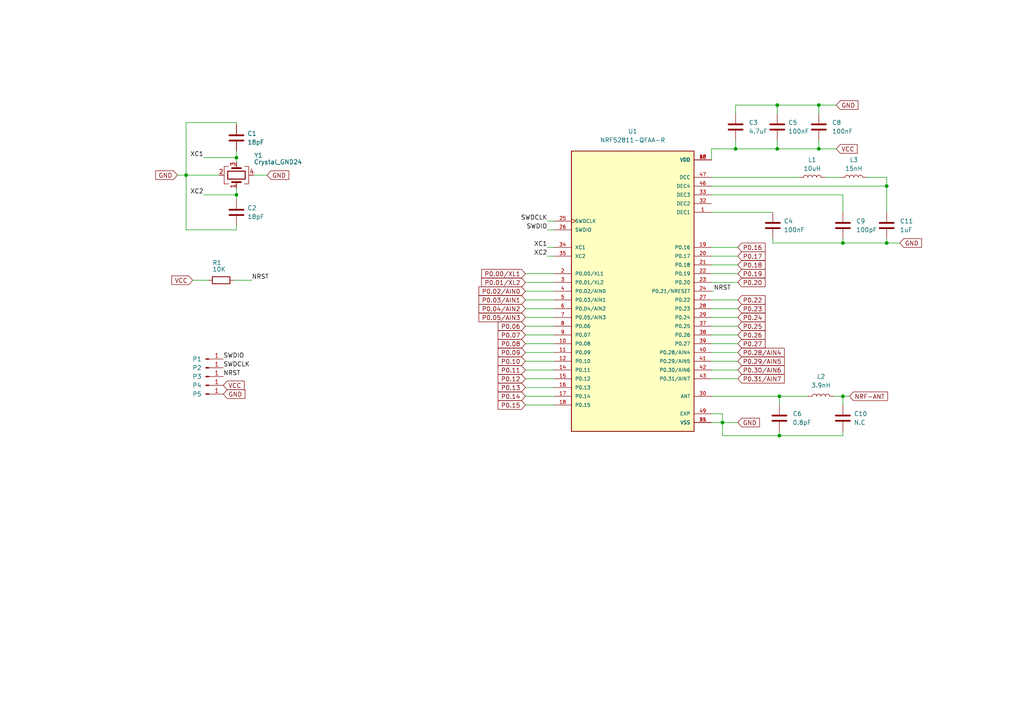
<source format=kicad_sch>
(kicad_sch (version 20211123) (generator eeschema)
  (paper "A4")
  (lib_symbols
    (symbol "Connector:Conn_01x01_Male" (pin_names (offset 1.016) hide)
      (property "Reference" "J" (at 0 2.54 0))
      (property "Value" "Conn_01x01_Male" (at 0 -2.54 0))
      (symbol "Conn_01x01_Male_1_1"
        (polyline (pts (xy 1.27 0) (xy 0.8636 0)) (stroke (width 0.1524)))
        (rectangle (start 0.8636 0.127) (end 0 -0.127) (stroke (width 0.1524)) (fill (type outline)))
        (pin passive line (at 5.08 0 180) (length 3.81) (name "Pin_1") (number "1"))
      )
    )
    (symbol "Device:C" (pin_numbers hide) (pin_names (offset 0.254))
      (property "Reference" "C" (at 0.635 2.54 0))
      (property "Value" "C" (at 0.635 -2.54 0))
      (symbol "C_0_1"
        (polyline (pts (xy -2.032 -0.762) (xy 2.032 -0.762)) (stroke (width 0.508)))
        (polyline (pts (xy -2.032 0.762) (xy 2.032 0.762)) (stroke (width 0.508)))
      )
      (symbol "C_1_1"
        (pin passive line (at 0 3.81 270) (length 2.794) (name "~") (number "1"))
        (pin passive line (at 0 -3.81 90) (length 2.794) (name "~") (number "2"))
      )
    )
    (symbol "Device:Crystal_GND24" (pin_names (offset 1.016) hide)
      (property "Reference" "Y" (at 3.175 5.08 0))
      (property "Value" "Crystal_GND24" (at 3.175 3.175 0))
      (symbol "Crystal_GND24_0_1"
        (rectangle (start -1.143 2.54) (end 1.143 -2.54) (stroke (width 0.3048)))
        (polyline (pts (xy -2.54 0) (xy -2.032 0)))
        (polyline (pts (xy -2.032 -1.27) (xy -2.032 1.27)) (stroke (width 0.508)))
        (polyline (pts (xy 0 -3.81) (xy 0 -3.556)))
        (polyline (pts (xy 0 3.556) (xy 0 3.81)))
        (polyline (pts (xy 2.032 -1.27) (xy 2.032 1.27)) (stroke (width 0.508)))
        (polyline (pts (xy 2.032 0) (xy 2.54 0)))
        (polyline (pts (xy -2.54 -2.286) (xy -2.54 -3.556) (xy 2.54 -3.556) (xy 2.54 -2.286)))
        (polyline (pts (xy -2.54 2.286) (xy -2.54 3.556) (xy 2.54 3.556) (xy 2.54 2.286)))
      )
      (symbol "Crystal_GND24_1_1"
        (pin passive line (at -3.81 0 0) (length 1.27) (name "1") (number "1"))
        (pin passive line (at 0 5.08 270) (length 1.27) (name "2") (number "2"))
        (pin passive line (at 3.81 0 180) (length 1.27) (name "3") (number "3"))
        (pin passive line (at 0 -5.08 90) (length 1.27) (name "4") (number "4"))
      )
    )
    (symbol "Device:L" (pin_numbers hide) (pin_names (offset 1.016) hide)
      (property "Reference" "L" (at -1.27 0 90))
      (property "Value" "L" (at 1.905 0 90))
      (symbol "L_0_1"
        (arc (start 0 -2.54) (mid 0.635 -1.905) (end 0 -1.27))
        (arc (start 0 -1.27) (mid 0.635 -0.635) (end 0 0))
        (arc (start 0 0) (mid 0.635 0.635) (end 0 1.27))
        (arc (start 0 1.27) (mid 0.635 1.905) (end 0 2.54))
      )
      (symbol "L_1_1"
        (pin passive line (at 0 3.81 270) (length 1.27) (name "1") (number "1"))
        (pin passive line (at 0 -3.81 90) (length 1.27) (name "2") (number "2"))
      )
    )
    (symbol "Device:R" (pin_numbers hide) (pin_names (offset 0))
      (property "Reference" "R" (at 2.032 0 90))
      (property "Value" "R" (at 0 0 90))
      (symbol "R_0_1"
        (rectangle (start -1.016 -2.54) (end 1.016 2.54) (stroke (width 0.254)))
      )
      (symbol "R_1_1"
        (pin passive line (at 0 3.81 270) (length 1.27) (name "~") (number "1"))
        (pin passive line (at 0 -3.81 90) (length 1.27) (name "~") (number "2"))
      )
    )
    (symbol "NRF52811-QFAA-R:NRF52811-QFAA-R" (pin_names (offset 1.016))
      (property "Reference" "U" (at -17.78 41.91 0))
      (property "Value" "NRF52811-QFAA-R" (at -17.78 -41.91 0))
      (symbol "NRF52811-QFAA-R_0_0"
        (rectangle (start -17.78 -40.64) (end 17.78 40.64) (stroke (width 0.254)) (fill (type background)))
        (pin power_in line (at 22.86 22.86 180) (length 5.08) (name "DEC1") (number "1"))
        (pin bidirectional line (at -22.86 -15.24 0) (length 5.08) (name "P0.08") (number "10"))
        (pin bidirectional line (at -22.86 -17.78 0) (length 5.08) (name "P0.09") (number "11"))
        (pin bidirectional line (at -22.86 -20.32 0) (length 5.08) (name "P0.10") (number "12"))
        (pin power_in line (at 22.86 38.1 180) (length 5.08) (name "VDD") (number "13"))
        (pin bidirectional line (at -22.86 -22.86 0) (length 5.08) (name "P0.11") (number "14"))
        (pin bidirectional line (at -22.86 -25.4 0) (length 5.08) (name "P0.12") (number "15"))
        (pin bidirectional line (at -22.86 -27.94 0) (length 5.08) (name "P0.13") (number "16"))
        (pin bidirectional line (at -22.86 -30.48 0) (length 5.08) (name "P0.14") (number "17"))
        (pin bidirectional line (at -22.86 -33.02 0) (length 5.08) (name "P0.15") (number "18"))
        (pin bidirectional line (at 22.86 12.7 180) (length 5.08) (name "P0.16") (number "19"))
        (pin bidirectional line (at -22.86 5.08 0) (length 5.08) (name "P0.00/XL1") (number "2"))
        (pin bidirectional line (at 22.86 10.16 180) (length 5.08) (name "P0.17") (number "20"))
        (pin bidirectional line (at 22.86 7.62 180) (length 5.08) (name "P0.18") (number "21"))
        (pin bidirectional line (at 22.86 5.08 180) (length 5.08) (name "P0.19") (number "22"))
        (pin bidirectional line (at 22.86 2.54 180) (length 5.08) (name "P0.20") (number "23"))
        (pin bidirectional line (at 22.86 0 180) (length 5.08) (name "P0.21/NRESET") (number "24"))
        (pin input clock (at -22.86 20.32 0) (length 5.08) (name "SWDCLK") (number "25"))
        (pin bidirectional line (at -22.86 17.78 0) (length 5.08) (name "SWDIO") (number "26"))
        (pin bidirectional line (at 22.86 -2.54 180) (length 5.08) (name "P0.22") (number "27"))
        (pin bidirectional line (at 22.86 -5.08 180) (length 5.08) (name "P0.23") (number "28"))
        (pin bidirectional line (at 22.86 -7.62 180) (length 5.08) (name "P0.24") (number "29"))
        (pin bidirectional line (at -22.86 2.54 0) (length 5.08) (name "P0.01/XL2") (number "3"))
        (pin passive line (at 22.86 -30.48 180) (length 5.08) (name "ANT") (number "30"))
        (pin power_in line (at 22.86 -38.1 180) (length 5.08) (name "VSS") (number "31"))
        (pin power_in line (at 22.86 25.4 180) (length 5.08) (name "DEC2") (number "32"))
        (pin power_in line (at 22.86 27.94 180) (length 5.08) (name "DEC3") (number "33"))
        (pin input line (at -22.86 12.7 0) (length 5.08) (name "XC1") (number "34"))
        (pin input line (at -22.86 10.16 0) (length 5.08) (name "XC2") (number "35"))
        (pin power_in line (at 22.86 38.1 180) (length 5.08) (name "VDD") (number "36"))
        (pin bidirectional line (at 22.86 -10.16 180) (length 5.08) (name "P0.25") (number "37"))
        (pin bidirectional line (at 22.86 -12.7 180) (length 5.08) (name "P0.26") (number "38"))
        (pin bidirectional line (at 22.86 -15.24 180) (length 5.08) (name "P0.27") (number "39"))
        (pin bidirectional line (at -22.86 0 0) (length 5.08) (name "P0.02/AIN0") (number "4"))
        (pin bidirectional line (at 22.86 -17.78 180) (length 5.08) (name "P0.28/AIN4") (number "40"))
        (pin bidirectional line (at 22.86 -20.32 180) (length 5.08) (name "P0.29/AIN5") (number "41"))
        (pin bidirectional line (at 22.86 -22.86 180) (length 5.08) (name "P0.30/AIN6") (number "42"))
        (pin bidirectional line (at 22.86 -25.4 180) (length 5.08) (name "P0.31/AIN7") (number "43"))
        (pin power_in line (at 22.86 -38.1 180) (length 5.08) (name "VSS") (number "45"))
        (pin power_in line (at 22.86 30.48 180) (length 5.08) (name "DEC4") (number "46"))
        (pin power_in line (at 22.86 33.02 180) (length 5.08) (name "DCC") (number "47"))
        (pin power_in line (at 22.86 38.1 180) (length 5.08) (name "VDD") (number "48"))
        (pin passive line (at 22.86 -35.56 180) (length 5.08) (name "EXP") (number "49"))
        (pin bidirectional line (at -22.86 -2.54 0) (length 5.08) (name "P0.03/AIN1") (number "5"))
        (pin bidirectional line (at -22.86 -5.08 0) (length 5.08) (name "P0.04/AIN2") (number "6"))
        (pin bidirectional line (at -22.86 -7.62 0) (length 5.08) (name "P0.05/AIN3") (number "7"))
        (pin bidirectional line (at -22.86 -10.16 0) (length 5.08) (name "P0.06") (number "8"))
        (pin bidirectional line (at -22.86 -12.7 0) (length 5.08) (name "P0.07") (number "9"))
      )
    )
  )
  (junction (at 237.49 30.48))
  (junction (at 237.49 43.18))
  (junction (at 225.425 43.18))
  (junction (at 225.425 30.48))
  (junction (at 209.55 122.555))
  (junction (at 53.975 50.8))
  (junction (at 244.475 70.485))
  (junction (at 226.06 126.365))
  (junction (at 244.475 114.935))
  (junction (at 213.36 43.18))
  (junction (at 68.58 56.515))
  (junction (at 257.175 53.975))
  (junction (at 257.175 70.485))
  (junction (at 68.58 45.72))
  (junction (at 226.06 114.935))
  (wire (pts (xy 226.06 126.365) (xy 244.475 126.365)))
  (wire (pts (xy 59.055 56.515) (xy 68.58 56.515)))
  (wire (pts (xy 237.49 43.18) (xy 237.49 40.64)))
  (wire (pts (xy 213.36 40.64) (xy 213.36 43.18)))
  (wire (pts (xy 53.975 50.8) (xy 63.5 50.8)))
  (wire (pts (xy 68.58 54.61) (xy 68.58 56.515)))
  (wire (pts (xy 152.4 99.695) (xy 160.655 99.695)))
  (wire (pts (xy 152.4 117.475) (xy 160.655 117.475)))
  (wire (pts (xy 237.49 30.48) (xy 242.57 30.48)))
  (wire (pts (xy 152.4 84.455) (xy 160.655 84.455)))
  (wire (pts (xy 244.475 56.515) (xy 244.475 61.595)))
  (wire (pts (xy 209.55 122.555) (xy 209.55 126.365)))
  (wire (pts (xy 152.4 112.395) (xy 160.655 112.395)))
  (wire (pts (xy 73.025 81.28) (xy 67.945 81.28)))
  (wire (pts (xy 68.58 56.515) (xy 68.58 57.785)))
  (wire (pts (xy 213.995 104.775) (xy 206.375 104.775)))
  (wire (pts (xy 226.06 126.365) (xy 209.55 126.365)))
  (wire (pts (xy 224.155 70.485) (xy 244.475 70.485)))
  (wire (pts (xy 68.58 36.195) (xy 68.58 35.56)))
  (wire (pts (xy 213.995 97.155) (xy 206.375 97.155)))
  (wire (pts (xy 206.375 43.18) (xy 213.36 43.18)))
  (wire (pts (xy 152.4 94.615) (xy 160.655 94.615)))
  (wire (pts (xy 53.975 35.56) (xy 68.58 35.56)))
  (wire (pts (xy 152.4 86.995) (xy 160.655 86.995)))
  (wire (pts (xy 209.55 122.555) (xy 213.995 122.555)))
  (wire (pts (xy 53.975 66.675) (xy 68.58 66.675)))
  (wire (pts (xy 68.58 45.72) (xy 68.58 46.99)))
  (wire (pts (xy 206.375 53.975) (xy 257.175 53.975)))
  (wire (pts (xy 224.155 69.215) (xy 224.155 70.485)))
  (wire (pts (xy 213.995 109.855) (xy 206.375 109.855)))
  (wire (pts (xy 226.06 114.935) (xy 234.315 114.935)))
  (wire (pts (xy 257.175 70.485) (xy 257.175 69.215)))
  (wire (pts (xy 213.995 92.075) (xy 206.375 92.075)))
  (wire (pts (xy 207.01 84.455) (xy 206.375 84.455)))
  (wire (pts (xy 152.4 114.935) (xy 160.655 114.935)))
  (wire (pts (xy 213.995 71.755) (xy 206.375 71.755)))
  (wire (pts (xy 152.4 81.915) (xy 160.655 81.915)))
  (wire (pts (xy 68.58 43.815) (xy 68.58 45.72)))
  (wire (pts (xy 251.46 51.435) (xy 257.175 51.435)))
  (wire (pts (xy 225.425 43.18) (xy 237.49 43.18)))
  (wire (pts (xy 213.36 30.48) (xy 213.36 33.02)))
  (wire (pts (xy 59.055 45.72) (xy 68.58 45.72)))
  (wire (pts (xy 244.475 114.935) (xy 246.38 114.935)))
  (wire (pts (xy 213.995 81.915) (xy 206.375 81.915)))
  (wire (pts (xy 237.49 30.48) (xy 225.425 30.48)))
  (wire (pts (xy 213.995 79.375) (xy 206.375 79.375)))
  (wire (pts (xy 225.425 40.64) (xy 225.425 43.18)))
  (wire (pts (xy 152.4 89.535) (xy 160.655 89.535)))
  (wire (pts (xy 152.4 79.375) (xy 160.655 79.375)))
  (wire (pts (xy 244.475 126.365) (xy 244.475 125.095)))
  (wire (pts (xy 213.995 99.695) (xy 206.375 99.695)))
  (wire (pts (xy 237.49 43.18) (xy 242.57 43.18)))
  (wire (pts (xy 152.4 104.775) (xy 160.655 104.775)))
  (wire (pts (xy 213.995 94.615) (xy 206.375 94.615)))
  (wire (pts (xy 226.06 117.475) (xy 226.06 114.935)))
  (wire (pts (xy 213.995 107.315) (xy 206.375 107.315)))
  (wire (pts (xy 257.175 70.485) (xy 260.985 70.485)))
  (wire (pts (xy 206.375 61.595) (xy 224.155 61.595)))
  (wire (pts (xy 209.55 120.015) (xy 209.55 122.555)))
  (wire (pts (xy 225.425 30.48) (xy 213.36 30.48)))
  (wire (pts (xy 239.395 51.435) (xy 243.84 51.435)))
  (wire (pts (xy 213.995 89.535) (xy 206.375 89.535)))
  (wire (pts (xy 158.75 64.135) (xy 160.655 64.135)))
  (wire (pts (xy 244.475 70.485) (xy 257.175 70.485)))
  (wire (pts (xy 244.475 69.215) (xy 244.475 70.485)))
  (wire (pts (xy 213.995 102.235) (xy 206.375 102.235)))
  (wire (pts (xy 152.4 102.235) (xy 160.655 102.235)))
  (wire (pts (xy 73.66 50.8) (xy 77.47 50.8)))
  (wire (pts (xy 206.375 120.015) (xy 209.55 120.015)))
  (wire (pts (xy 68.58 65.405) (xy 68.58 66.675)))
  (wire (pts (xy 152.4 97.155) (xy 160.655 97.155)))
  (wire (pts (xy 158.75 71.755) (xy 160.655 71.755)))
  (wire (pts (xy 225.425 30.48) (xy 225.425 33.02)))
  (wire (pts (xy 257.175 51.435) (xy 257.175 53.975)))
  (wire (pts (xy 206.375 51.435) (xy 231.775 51.435)))
  (wire (pts (xy 152.4 107.315) (xy 160.655 107.315)))
  (wire (pts (xy 206.375 43.18) (xy 206.375 46.355)))
  (wire (pts (xy 213.995 74.295) (xy 206.375 74.295)))
  (wire (pts (xy 237.49 30.48) (xy 237.49 33.02)))
  (wire (pts (xy 152.4 109.855) (xy 160.655 109.855)))
  (wire (pts (xy 53.975 66.675) (xy 53.975 50.8)))
  (wire (pts (xy 206.375 114.935) (xy 226.06 114.935)))
  (wire (pts (xy 55.88 81.28) (xy 60.325 81.28)))
  (wire (pts (xy 244.475 114.935) (xy 244.475 117.475)))
  (wire (pts (xy 152.4 92.075) (xy 160.655 92.075)))
  (wire (pts (xy 213.995 86.995) (xy 206.375 86.995)))
  (wire (pts (xy 209.55 122.555) (xy 206.375 122.555)))
  (wire (pts (xy 53.975 50.8) (xy 53.975 35.56)))
  (wire (pts (xy 158.75 66.675) (xy 160.655 66.675)))
  (wire (pts (xy 51.435 50.8) (xy 53.975 50.8)))
  (wire (pts (xy 226.06 125.095) (xy 226.06 126.365)))
  (wire (pts (xy 206.375 56.515) (xy 244.475 56.515)))
  (wire (pts (xy 241.935 114.935) (xy 244.475 114.935)))
  (wire (pts (xy 257.175 53.975) (xy 257.175 61.595)))
  (wire (pts (xy 213.995 76.835) (xy 206.375 76.835)))
  (wire (pts (xy 158.75 74.295) (xy 160.655 74.295)))
  (wire (pts (xy 213.36 43.18) (xy 225.425 43.18)))
  (label "XC2" (at 158.75 74.295 180))
  (label "SWDIO" (at 64.77 104.14 0))
  (label "XC1" (at 158.75 71.755 180))
  (label "NRST" (at 64.77 109.22 0))
  (label "SWDIO" (at 158.75 66.675 180))
  (label "XC1" (at 59.055 45.72 180))
  (label "XC2" (at 59.055 56.515 180))
  (label "NRST" (at 73.025 81.28 0))
  (label "NRST" (at 207.01 84.455 0))
  (label "SWDCLK" (at 158.75 64.135 180))
  (label "SWDCLK" (at 64.77 106.68 0))
  (global_label "P0.22" (shape input) (at 213.995 86.995 0) (property "Intersheet References" "${INTERSHEET_REFS}" (effects hide)))
  (global_label "P0.12" (shape input) (at 152.4 109.855 180) (property "Intersheet References" "${INTERSHEET_REFS}" (effects hide)))
  (global_label "P0.24" (shape input) (at 213.995 92.075 0) (property "Intersheet References" "${INTERSHEET_REFS}" (effects hide)))
  (global_label "P0.29{slash}AIN5" (shape input) (at 213.995 104.775 0) (property "Intersheet References" "${INTERSHEET_REFS}" (effects hide)))
  (global_label "P0.11" (shape input) (at 152.4 107.315 180) (property "Intersheet References" "${INTERSHEET_REFS}" (effects hide)))
  (global_label "GND" (shape input) (at 77.47 50.8 0) (property "Intersheet References" "${INTERSHEET_REFS}" (effects hide)))
  (global_label "P0.02{slash}AIN0" (shape input) (at 152.4 84.455 180) (property "Intersheet References" "${INTERSHEET_REFS}" (effects hide)))
  (global_label "P0.04{slash}AIN2" (shape input) (at 152.4 89.535 180) (property "Intersheet References" "${INTERSHEET_REFS}" (effects hide)))
  (global_label "P0.00{slash}XL1" (shape input) (at 152.4 79.375 180) (property "Intersheet References" "${INTERSHEET_REFS}" (effects hide)))
  (global_label "P0.13" (shape input) (at 152.4 112.395 180) (property "Intersheet References" "${INTERSHEET_REFS}" (effects hide)))
  (global_label "P0.15" (shape input) (at 152.4 117.475 180) (property "Intersheet References" "${INTERSHEET_REFS}" (effects hide)))
  (global_label "P0.27" (shape input) (at 213.995 99.695 0) (property "Intersheet References" "${INTERSHEET_REFS}" (effects hide)))
  (global_label "GND" (shape input) (at 242.57 30.48 0) (property "Intersheet References" "${INTERSHEET_REFS}" (effects hide)))
  (global_label "P0.05{slash}AIN3" (shape input) (at 152.4 92.075 180) (property "Intersheet References" "${INTERSHEET_REFS}" (effects hide)))
  (global_label "P0.06" (shape input) (at 152.4 94.615 180) (property "Intersheet References" "${INTERSHEET_REFS}" (effects hide)))
  (global_label "P0.17" (shape input) (at 213.995 74.295 0) (property "Intersheet References" "${INTERSHEET_REFS}" (effects hide)))
  (global_label "GND" (shape input) (at 64.77 114.3 0) (property "Intersheet References" "${INTERSHEET_REFS}" (effects hide)))
  (global_label "VCC" (shape input) (at 242.57 43.18 0) (property "Intersheet References" "${INTERSHEET_REFS}" (effects hide)))
  (global_label "P0.30{slash}AIN6" (shape input) (at 213.995 107.315 0) (property "Intersheet References" "${INTERSHEET_REFS}" (effects hide)))
  (global_label "P0.08" (shape input) (at 152.4 99.695 180) (property "Intersheet References" "${INTERSHEET_REFS}" (effects hide)))
  (global_label "P0.28{slash}AIN4" (shape input) (at 213.995 102.235 0) (property "Intersheet References" "${INTERSHEET_REFS}" (effects hide)))
  (global_label "P0.10" (shape input) (at 152.4 104.775 180) (property "Intersheet References" "${INTERSHEET_REFS}" (effects hide)))
  (global_label "P0.16" (shape input) (at 213.995 71.755 0) (property "Intersheet References" "${INTERSHEET_REFS}" (effects hide)))
  (global_label "P0.18" (shape input) (at 213.995 76.835 0) (property "Intersheet References" "${INTERSHEET_REFS}" (effects hide)))
  (global_label "P0.26" (shape input) (at 213.995 97.155 0) (property "Intersheet References" "${INTERSHEET_REFS}" (effects hide)))
  (global_label "P0.23" (shape input) (at 213.995 89.535 0) (property "Intersheet References" "${INTERSHEET_REFS}" (effects hide)))
  (global_label "GND" (shape input) (at 51.435 50.8 180) (property "Intersheet References" "${INTERSHEET_REFS}" (effects hide)))
  (global_label "P0.19" (shape input) (at 213.995 79.375 0) (property "Intersheet References" "${INTERSHEET_REFS}" (effects hide)))
  (global_label "GND" (shape input) (at 260.985 70.485 0) (property "Intersheet References" "${INTERSHEET_REFS}" (effects hide)))
  (global_label "P0.07" (shape input) (at 152.4 97.155 180) (property "Intersheet References" "${INTERSHEET_REFS}" (effects hide)))
  (global_label "P0.20" (shape input) (at 213.995 81.915 0) (property "Intersheet References" "${INTERSHEET_REFS}" (effects hide)))
  (global_label "P0.31{slash}AIN7" (shape input) (at 213.995 109.855 0) (property "Intersheet References" "${INTERSHEET_REFS}" (effects hide)))
  (global_label "P0.03{slash}AIN1" (shape input) (at 152.4 86.995 180) (property "Intersheet References" "${INTERSHEET_REFS}" (effects hide)))
  (global_label "P0.14" (shape input) (at 152.4 114.935 180) (property "Intersheet References" "${INTERSHEET_REFS}" (effects hide)))
  (global_label "P0.09" (shape input) (at 152.4 102.235 180) (property "Intersheet References" "${INTERSHEET_REFS}" (effects hide)))
  (global_label "VCC" (shape input) (at 55.88 81.28 180) (property "Intersheet References" "${INTERSHEET_REFS}" (effects hide)))
  (global_label "VCC" (shape input) (at 64.77 111.76 0) (property "Intersheet References" "${INTERSHEET_REFS}" (effects hide)))
  (global_label "P0.25" (shape input) (at 213.995 94.615 0) (property "Intersheet References" "${INTERSHEET_REFS}" (effects hide)))
  (global_label "P0.01{slash}XL2" (shape input) (at 152.4 81.915 180) (property "Intersheet References" "${INTERSHEET_REFS}" (effects hide)))
  (global_label "GND" (shape input) (at 213.995 122.555 0) (property "Intersheet References" "${INTERSHEET_REFS}" (effects hide)))
  (global_label "NRF-ANT" (shape input) (at 246.38 114.935 0) (property "Intersheet References" "${INTERSHEET_REFS}" (effects hide)))
  (symbol (lib_id "Device:C") (at 244.475 65.405 0) (unit 1)
    (property "Reference" "C9" (at 248.285 64.1349 0) (effects (justify left)))
    (property "Value" "100pF" (at 248.285 66.6749 0) (effects (justify left)))
    (property "Footprint" "Capacitor_SMD:C_0603_1608Metric" (effects hide))
  )
  (symbol (lib_id "Device:C") (at 237.49 36.83 0) (unit 1)
    (property "Reference" "C8" (at 241.3 35.5599 0) (effects (justify left)))
    (property "Value" "100nF" (at 241.3 38.0999 0) (effects (justify left)))
    (property "Footprint" "Capacitor_SMD:C_0603_1608Metric" (effects hide))
  )
  (symbol (lib_id "Connector:Conn_01x01_Male") (at 59.69 111.76 0) (unit 1)
    (property "Reference" "P4" (at 57.15 111.76 0))
    (property "Value" "Conn_01x01_Male" (effects hide))
    (property "Footprint" "TestPoint:TestPoint_Pad_D1.0mm" (effects hide))
  )
  (symbol (lib_id "NRF52811-QFAA-R:NRF52811-QFAA-R") (at 183.515 84.455 0) (unit 1)
    (property "Reference" "U1" (at 183.515 38.1 0))
    (property "Value" "NRF52811-QFAA-R" (at 183.515 40.64 0))
    (property "Footprint" "footprints:QFN40P600X600X90-49N" (effects hide))
    (property "STANDARD" "IPC-7351B" (effects hide))
    (property "PARTREV" "1.0" (effects hide))
    (property "MANUFACTURER" "Nordic" (effects hide))
    (property "MAXIMUM_PACKAGE_HEIGHT" "0.90mm" (effects hide))
  )
  (symbol (lib_id "Device:L") (at 247.65 51.435 90) (unit 1)
    (property "Reference" "L3" (at 247.65 46.355 90))
    (property "Value" "15nH" (at 247.65 48.895 90))
    (property "Footprint" "Inductor_SMD:L_0805_2012Metric" (effects hide))
  )
  (symbol (lib_id "Device:C") (at 224.155 65.405 0) (unit 1)
    (property "Reference" "C4" (at 227.33 64.1349 0) (effects (justify left)))
    (property "Value" "100nF" (at 227.33 66.6749 0) (effects (justify left)))
    (property "Footprint" "Capacitor_SMD:C_0603_1608Metric" (effects hide))
  )
  (symbol (lib_id "Connector:Conn_01x01_Male") (at 59.69 109.22 0) (unit 1)
    (property "Reference" "P3" (at 57.15 109.22 0))
    (property "Value" "Conn_01x01_Male" (effects hide))
    (property "Footprint" "TestPoint:TestPoint_Pad_D1.0mm" (effects hide))
  )
  (symbol (lib_id "Device:R") (at 64.135 81.28 270) (unit 1)
    (property "Reference" "R1" (at 61.595 76.2 90) (effects (justify left)))
    (property "Value" "10K" (at 61.595 78.105 90) (effects (justify left)))
    (property "Footprint" "Resistor_SMD:R_0603_1608Metric" (effects hide))
  )
  (symbol (lib_id "Connector:Conn_01x01_Male") (at 59.69 106.68 0) (unit 1)
    (property "Reference" "P2" (at 57.15 106.68 0))
    (property "Value" "Conn_01x01_Male" (effects hide))
    (property "Footprint" "TestPoint:TestPoint_Pad_D1.0mm" (effects hide))
  )
  (symbol (lib_id "Device:C") (at 244.475 121.285 0) (unit 1)
    (property "Reference" "C10" (at 247.65 120.0149 0) (effects (justify left)))
    (property "Value" "N.C" (at 247.65 122.5549 0) (effects (justify left)))
    (property "Footprint" "Capacitor_SMD:C_0603_1608Metric" (effects hide))
  )
  (symbol (lib_id "Device:L") (at 235.585 51.435 90) (unit 1)
    (property "Reference" "L1" (at 235.585 46.355 90))
    (property "Value" "10uH" (at 235.585 48.895 90))
    (property "Footprint" "Inductor_SMD:L_0805_2012Metric" (effects hide))
  )
  (symbol (lib_id "Connector:Conn_01x01_Male") (at 59.69 104.14 0) (unit 1)
    (property "Reference" "P1" (at 57.15 104.14 0))
    (property "Value" "Conn_01x01_Male" (effects hide))
    (property "Footprint" "TestPoint:TestPoint_Pad_D1.0mm" (effects hide))
  )
  (symbol (lib_id "Device:Crystal_GND24") (at 68.58 50.8 90) (unit 1)
    (property "Reference" "Y1" (at 74.93 45.085 90))
    (property "Value" "Crystal_GND24" (at 80.645 46.99 90))
    (property "Footprint" "Crystal:Crystal_SMD_3225-4Pin_3.2x2.5mm" (effects hide))
  )
  (symbol (lib_id "Device:C") (at 68.58 40.005 180) (unit 1)
    (property "Reference" "C1" (at 71.755 38.7349 0) (effects (justify right)))
    (property "Value" "18pF" (at 71.755 41.2749 0) (effects (justify right)))
    (property "Footprint" "Capacitor_SMD:C_0603_1608Metric" (effects hide))
  )
  (symbol (lib_id "Device:C") (at 68.58 61.595 180) (unit 1)
    (property "Reference" "C2" (at 71.755 60.3249 0) (effects (justify right)))
    (property "Value" "18pF" (at 71.755 62.8649 0) (effects (justify right)))
    (property "Footprint" "Capacitor_SMD:C_0603_1608Metric" (effects hide))
  )
  (symbol (lib_id "Connector:Conn_01x01_Male") (at 59.69 114.3 0) (unit 1)
    (property "Reference" "P5" (at 57.15 114.3 0))
    (property "Value" "Conn_01x01_Male" (effects hide))
    (property "Footprint" "TestPoint:TestPoint_Pad_D1.0mm" (effects hide))
  )
  (symbol (lib_id "Device:C") (at 257.175 65.405 0) (unit 1)
    (property "Reference" "C11" (at 260.985 64.1349 0) (effects (justify left)))
    (property "Value" "1uF" (at 260.985 66.6749 0) (effects (justify left)))
    (property "Footprint" "Capacitor_SMD:C_0603_1608Metric" (effects hide))
  )
  (symbol (lib_id "Device:C") (at 226.06 121.285 0) (unit 1)
    (property "Reference" "C6" (at 229.87 120.0149 0) (effects (justify left)))
    (property "Value" "0.8pF" (at 229.87 122.5549 0) (effects (justify left)))
    (property "Footprint" "Capacitor_SMD:C_0603_1608Metric" (effects hide))
  )
  (symbol (lib_id "Device:L") (at 238.125 114.935 90) (unit 1)
    (property "Reference" "L2" (at 238.125 109.22 90))
    (property "Value" "3.9nH" (at 238.125 111.76 90))
    (property "Footprint" "Inductor_SMD:L_0805_2012Metric" (effects hide))
  )
  (symbol (lib_id "Device:C") (at 213.36 36.83 0) (unit 1)
    (property "Reference" "C3" (at 217.17 35.5599 0) (effects (justify left)))
    (property "Value" "4.7uF" (at 217.17 38.0999 0) (effects (justify left)))
    (property "Footprint" "Capacitor_SMD:C_0603_1608Metric" (effects hide))
  )
  (symbol (lib_id "Device:C") (at 225.425 36.83 0) (unit 1)
    (property "Reference" "C5" (at 228.6 35.5599 0) (effects (justify left)))
    (property "Value" "100nF" (at 228.6 38.0999 0) (effects (justify left)))
    (property "Footprint" "Capacitor_SMD:C_0603_1608Metric" (effects hide))
  )
)
</source>
